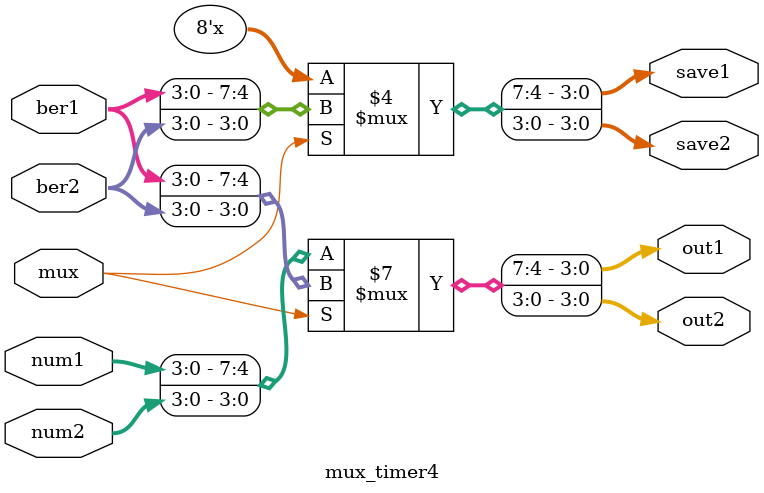
<source format=v>
`timescale 1ns / 1ps
module mux_timer4(
    input mux,
    input [3:0]num1,
    input [3:0]num2,
    input [3:0]ber1,
    input [3:0]ber2,
    output reg [3:0] out1,
    output reg [3:0] out2,
    output reg [3:0] save1,
    output reg [3:0] save2
    );
    always @(mux)
        if(~mux)
            begin
                {out1,out2} <= {num1,num2};
            end
        else
            begin
                {out1,out2} <= {ber1,ber2};
                {save1,save2} <= {ber1,ber2};
            end
endmodule

</source>
